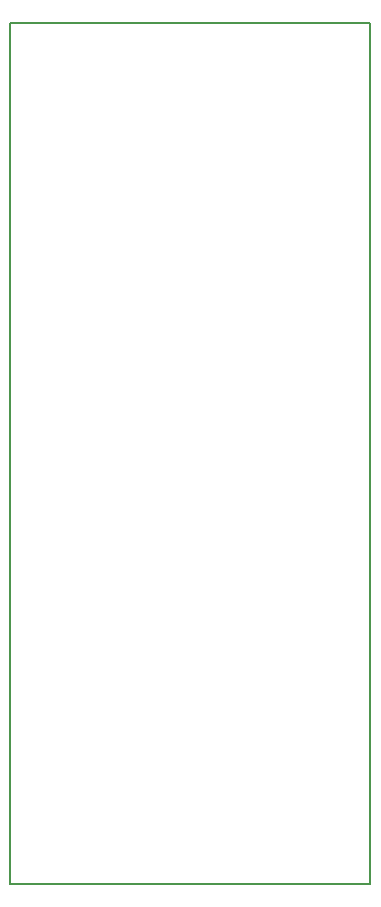
<source format=gm1>
G04 #@! TF.GenerationSoftware,KiCad,Pcbnew,8.0.1*
G04 #@! TF.CreationDate,2025-06-08T13:02:34-04:00*
G04 #@! TF.ProjectId,Topaz,546f7061-7a2e-46b6-9963-61645f706362,rev?*
G04 #@! TF.SameCoordinates,Original*
G04 #@! TF.FileFunction,Profile,NP*
%FSLAX46Y46*%
G04 Gerber Fmt 4.6, Leading zero omitted, Abs format (unit mm)*
G04 Created by KiCad (PCBNEW 8.0.1) date 2025-06-08 13:02:34*
%MOMM*%
%LPD*%
G01*
G04 APERTURE LIST*
G04 #@! TA.AperFunction,Profile*
%ADD10C,0.200000*%
G04 #@! TD*
G04 APERTURE END LIST*
D10*
X154000000Y-36000000D02*
X184500000Y-36000000D01*
X184500000Y-108929327D01*
X154000000Y-108929327D01*
X154000000Y-36000000D01*
M02*

</source>
